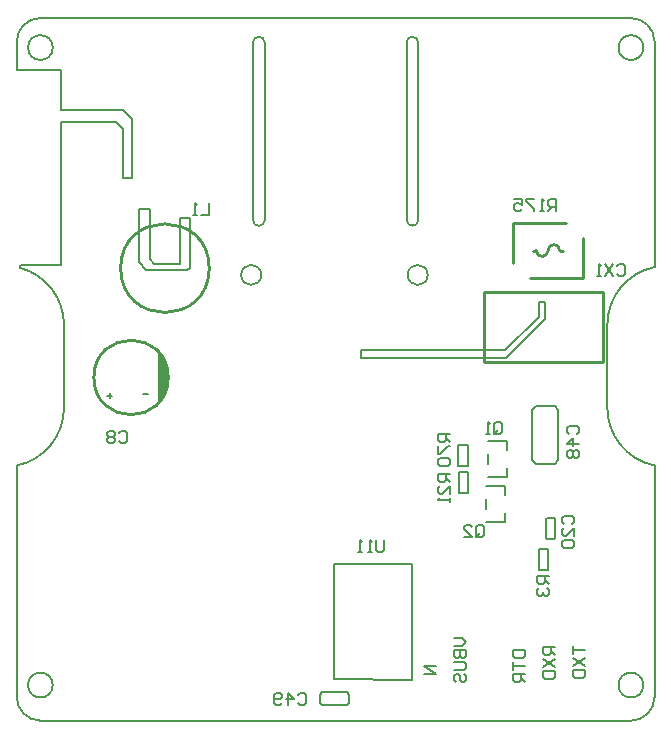
<source format=gbo>
%FSLAX25Y25*%
%MOIN*%
G70*
G01*
G75*
G04 Layer_Color=32896*
%ADD10C,0.01000*%
%ADD11C,0.00800*%
%ADD12C,0.03000*%
%ADD13C,0.02000*%
%ADD14C,0.04000*%
%ADD15R,0.11811X0.09843*%
%ADD16O,0.11811X0.09843*%
%ADD17R,0.02362X0.02362*%
%ADD18R,0.03347X0.02756*%
%ADD19R,0.09843X0.09843*%
%ADD20R,0.04724X0.01181*%
%ADD21R,0.01181X0.04724*%
%ADD22R,0.02362X0.02362*%
%ADD23R,0.03937X0.04134*%
%ADD24R,0.04134X0.08661*%
%ADD25R,0.04724X0.04331*%
%ADD26R,0.03543X0.06299*%
G04:AMPARAMS|DCode=27|XSize=21.65mil|YSize=9.84mil|CornerRadius=2.46mil|HoleSize=0mil|Usage=FLASHONLY|Rotation=0.000|XOffset=0mil|YOffset=0mil|HoleType=Round|Shape=RoundedRectangle|*
%AMROUNDEDRECTD27*
21,1,0.02165,0.00492,0,0,0.0*
21,1,0.01673,0.00984,0,0,0.0*
1,1,0.00492,0.00837,-0.00246*
1,1,0.00492,-0.00837,-0.00246*
1,1,0.00492,-0.00837,0.00246*
1,1,0.00492,0.00837,0.00246*
%
%ADD27ROUNDEDRECTD27*%
%ADD28R,0.04331X0.04724*%
%ADD29R,0.13780X0.04724*%
%ADD30R,0.08661X0.11024*%
%ADD31R,0.02756X0.03347*%
%ADD32R,0.07087X0.03937*%
%ADD33R,0.01969X0.03150*%
%ADD34R,0.02200X0.06800*%
%ADD35R,0.05000X0.08200*%
%ADD36R,0.19000X0.05200*%
%ADD37R,0.14100X0.20100*%
%ADD38R,0.19200X0.07300*%
%ADD39C,0.00500*%
%ADD40C,0.06000*%
%ADD41R,0.33465X0.07874*%
%ADD42O,0.06000X0.03000*%
%ADD43R,0.06000X0.03000*%
%ADD44R,0.05906X0.05906*%
%ADD45C,0.05906*%
%ADD46R,0.13780X0.35433*%
%ADD47C,0.02000*%
%ADD48C,0.03000*%
%ADD49C,0.04000*%
%ADD50R,0.03937X0.02362*%
%ADD51R,0.03937X0.07299*%
G04:AMPARAMS|DCode=52|XSize=157.48mil|YSize=275.59mil|CornerRadius=0mil|HoleSize=0mil|Usage=FLASHONLY|Rotation=180.000|XOffset=0mil|YOffset=0mil|HoleType=Round|Shape=Octagon|*
%AMOCTAGOND52*
4,1,8,0.03937,-0.13780,-0.03937,-0.13780,-0.07874,-0.09843,-0.07874,0.09843,-0.03937,0.13780,0.03937,0.13780,0.07874,0.09843,0.07874,-0.09843,0.03937,-0.13780,0.0*
%
%ADD52OCTAGOND52*%

%ADD53R,0.03150X0.05512*%
%ADD54R,0.03150X0.05512*%
%ADD55R,0.27200X0.43300*%
%ADD56R,0.13500X0.48000*%
%ADD57R,0.35700X0.14100*%
%ADD58R,0.14000X0.05900*%
%ADD59R,0.20500X0.07100*%
%ADD60R,0.08100X0.16600*%
%ADD61R,0.42700X0.04000*%
%ADD62R,0.26300X0.10800*%
%ADD63R,0.08500X0.52200*%
%ADD64C,0.06299*%
%ADD65C,0.05906*%
%ADD66C,0.07087*%
%ADD67C,0.01500*%
%ADD68C,0.00591*%
%ADD69C,0.00787*%
%ADD70C,0.00600*%
%ADD71R,0.12611X0.10642*%
%ADD72O,0.12611X0.10642*%
%ADD73R,0.03162X0.03162*%
%ADD74R,0.04147X0.03556*%
%ADD75R,0.10642X0.10642*%
%ADD76R,0.05524X0.01981*%
%ADD77R,0.01981X0.05524*%
%ADD78R,0.03162X0.03162*%
%ADD79R,0.04737X0.04934*%
%ADD80R,0.04934X0.09461*%
%ADD81R,0.05524X0.05131*%
%ADD82R,0.04343X0.07099*%
G04:AMPARAMS|DCode=83|XSize=29.65mil|YSize=17.84mil|CornerRadius=4.46mil|HoleSize=0mil|Usage=FLASHONLY|Rotation=0.000|XOffset=0mil|YOffset=0mil|HoleType=Round|Shape=RoundedRectangle|*
%AMROUNDEDRECTD83*
21,1,0.02965,0.00892,0,0,0.0*
21,1,0.02073,0.01784,0,0,0.0*
1,1,0.00892,0.01037,-0.00446*
1,1,0.00892,-0.01037,-0.00446*
1,1,0.00892,-0.01037,0.00446*
1,1,0.00892,0.01037,0.00446*
%
%ADD83ROUNDEDRECTD83*%
%ADD84R,0.05131X0.05524*%
%ADD85R,0.14579X0.05524*%
%ADD86R,0.09461X0.11824*%
%ADD87R,0.03556X0.04147*%
%ADD88R,0.07887X0.04737*%
%ADD89R,0.02769X0.03950*%
%ADD90C,0.06800*%
%ADD91C,0.06394*%
%ADD92R,0.34265X0.08674*%
%ADD93O,0.06800X0.03800*%
%ADD94R,0.06800X0.03800*%
%ADD95R,0.06706X0.06706*%
%ADD96C,0.06706*%
%ADD97R,0.14579X0.36233*%
%ADD98R,0.13500X0.35600*%
%ADD99R,0.10700X0.39500*%
%ADD100R,0.26800X0.07000*%
%ADD101R,0.04737X0.03162*%
%ADD102R,0.04737X0.08099*%
G04:AMPARAMS|DCode=103|XSize=165.48mil|YSize=283.59mil|CornerRadius=0mil|HoleSize=0mil|Usage=FLASHONLY|Rotation=180.000|XOffset=0mil|YOffset=0mil|HoleType=Round|Shape=Octagon|*
%AMOCTAGOND103*
4,1,8,0.04137,-0.14179,-0.04137,-0.14179,-0.08274,-0.10043,-0.08274,0.10043,-0.04137,0.14179,0.04137,0.14179,0.08274,0.10043,0.08274,-0.10043,0.04137,-0.14179,0.0*
%
%ADD103OCTAGOND103*%

%ADD104R,0.03950X0.06312*%
%ADD105R,0.03950X0.06312*%
%ADD106C,0.07099*%
%ADD107C,0.06299*%
%ADD108C,0.07887*%
G36*
X-6573Y107727D02*
X-5305Y106243D01*
X-4285Y104578D01*
X-3538Y102775D01*
X-3082Y100876D01*
X-2929Y98931D01*
X-2967Y98931D01*
X-2929D01*
X-3082Y96984D01*
X-3538Y95086D01*
X-4285Y93283D01*
X-5305Y91618D01*
X-6573Y90134D01*
X-6573Y90134D01*
X-6604Y90157D01*
X-6600Y107700D01*
X-6573Y107727D01*
X-6573Y107727D01*
D02*
G37*
D10*
X127340Y141000D02*
G03*
X123400Y141000I-1970J0D01*
G01*
X119460D02*
G03*
X123400Y141000I1970J0D01*
G01*
X-3198Y98700D02*
G03*
X-28002Y98700I-12402J0D01*
G01*
D02*
G03*
X-3198Y98700I12402J0D01*
G01*
D02*
G03*
X-3198Y98700I-12402J0D01*
G01*
X10465Y135120D02*
G03*
X10465Y135120I-14764J0D01*
G01*
X127337Y141000D02*
X128518D01*
X118282D02*
X119463D01*
X111589Y150055D02*
X129306D01*
X117494Y131945D02*
X135211D01*
Y145134D01*
X111589Y136866D02*
Y150055D01*
X102099Y103710D02*
Y127332D01*
X102178D02*
X141548D01*
X141588Y103710D02*
Y127332D01*
X102139Y103710D02*
X141509D01*
D11*
X-11600Y93049D02*
X-9885D01*
X-23600Y92549D02*
X-21885D01*
X-22742Y91691D02*
Y93406D01*
D39*
X119350Y89045D02*
X125650D01*
X119350Y69950D02*
X125650D01*
X118169Y87864D02*
X119350Y89045D01*
X125650D02*
X126831Y87864D01*
X125650Y69950D02*
X126831Y71131D01*
X118169D02*
X119350Y69950D01*
X126831Y71131D02*
Y87864D01*
X118169Y71131D02*
Y87864D01*
X109569Y74510D02*
Y77463D01*
Y65652D02*
Y68605D01*
X103270Y69786D02*
Y73329D01*
Y77463D02*
X109569D01*
X103270Y65652D02*
X109569D01*
X93527Y69109D02*
X96676D01*
X93527Y76195D02*
X96676D01*
X93527Y69109D02*
Y76195D01*
X96676Y69109D02*
Y76195D01*
X93627Y67332D02*
X96776D01*
X93627Y60246D02*
X96776D01*
Y67332D01*
X93627Y60246D02*
Y67332D01*
X109169Y59510D02*
Y62463D01*
Y50652D02*
Y53605D01*
X102870Y54786D02*
Y58329D01*
Y62463D02*
X109169D01*
X102870Y50652D02*
X109169D01*
X122625Y51618D02*
X122625D01*
X123019Y44925D02*
X125381D01*
X122625Y45319D02*
Y51618D01*
X123019Y52012D02*
X125381D01*
X125775Y45319D02*
Y51618D01*
X125381Y44925D02*
X125381D01*
X125775Y45319D01*
X123019Y44925D02*
Y44925D01*
X122625Y45319D02*
X123019Y44925D01*
X125381Y52012D02*
Y52012D01*
Y52012D02*
X125775Y51618D01*
X123019Y52012D02*
Y52012D01*
X122625Y51618D02*
X123019Y52012D01*
X120225Y34588D02*
X123375D01*
X120225Y41675D02*
X123375D01*
X120225Y34588D02*
Y41675D01*
X123375Y34588D02*
Y41675D01*
X47326Y-7022D02*
X48113Y-6235D01*
X47326Y-9778D02*
X48113Y-10565D01*
X56381D02*
X57169Y-9778D01*
X56381Y-6235D02*
X57169Y-7022D01*
X48113Y-6235D02*
X56381D01*
X57169Y-9778D02*
Y-7022D01*
X47326Y-9778D02*
Y-7022D01*
X48113Y-10565D02*
X56381D01*
X-19566Y80132D02*
X-18899Y80799D01*
X-17567D01*
X-16900Y80132D01*
Y77466D01*
X-17567Y76800D01*
X-18899D01*
X-19566Y77466D01*
X-20899Y80132D02*
X-21565Y80799D01*
X-22898D01*
X-23564Y80132D01*
Y79466D01*
X-22898Y78799D01*
X-23564Y78133D01*
Y77466D01*
X-22898Y76800D01*
X-21565D01*
X-20899Y77466D01*
Y78133D01*
X-21565Y78799D01*
X-20899Y79466D01*
Y80132D01*
X-21565Y78799D02*
X-22898D01*
X68700Y44499D02*
Y41166D01*
X68034Y40500D01*
X66701D01*
X66034Y41166D01*
Y44499D01*
X64701Y40500D02*
X63368D01*
X64035D01*
Y44499D01*
X64701Y43832D01*
X61369Y40500D02*
X60036D01*
X60703D01*
Y44499D01*
X61369Y43832D01*
X99334Y46266D02*
Y48932D01*
X100001Y49599D01*
X101334D01*
X102000Y48932D01*
Y46266D01*
X101334Y45600D01*
X100001D01*
X100667Y46933D02*
X99334Y45600D01*
X100001D02*
X99334Y46266D01*
X95336Y45600D02*
X98001D01*
X95336Y48266D01*
Y48932D01*
X96002Y49599D01*
X97335D01*
X98001Y48932D01*
X105334Y80366D02*
Y83032D01*
X106001Y83699D01*
X107334D01*
X108000Y83032D01*
Y80366D01*
X107334Y79700D01*
X106001D01*
X106667Y81033D02*
X105334Y79700D01*
X106001D02*
X105334Y80366D01*
X104001Y79700D02*
X102668D01*
X103335D01*
Y83699D01*
X104001Y83032D01*
X128868Y49834D02*
X128201Y50501D01*
Y51834D01*
X128868Y52500D01*
X131534D01*
X132200Y51834D01*
Y50501D01*
X131534Y49834D01*
X132200Y45836D02*
Y48501D01*
X129534Y45836D01*
X128868D01*
X128201Y46502D01*
Y47835D01*
X128868Y48501D01*
Y44503D02*
X128201Y43836D01*
Y42503D01*
X128868Y41837D01*
X131534D01*
X132200Y42503D01*
Y43836D01*
X131534Y44503D01*
X128868D01*
X146534Y135932D02*
X147201Y136599D01*
X148533D01*
X149200Y135932D01*
Y133266D01*
X148533Y132600D01*
X147201D01*
X146534Y133266D01*
X145201Y136599D02*
X142535Y132600D01*
Y136599D02*
X145201Y132600D01*
X141203D02*
X139870D01*
X140536D01*
Y136599D01*
X141203Y135932D01*
X130368Y79934D02*
X129701Y80601D01*
Y81934D01*
X130368Y82600D01*
X133034D01*
X133700Y81934D01*
Y80601D01*
X133034Y79934D01*
X133700Y76602D02*
X129701D01*
X131701Y78601D01*
Y75936D01*
X130368Y74603D02*
X129701Y73936D01*
Y72603D01*
X130368Y71937D01*
X131034D01*
X131701Y72603D01*
X132367Y71937D01*
X133034D01*
X133700Y72603D01*
Y73936D01*
X133034Y74603D01*
X132367D01*
X131701Y73936D01*
X131034Y74603D01*
X130368D01*
X131701Y73936D02*
Y72603D01*
X40034Y-7268D02*
X40701Y-6601D01*
X42034D01*
X42700Y-7268D01*
Y-9933D01*
X42034Y-10600D01*
X40701D01*
X40034Y-9933D01*
X36702Y-10600D02*
Y-6601D01*
X38701Y-8601D01*
X36035D01*
X34703Y-9933D02*
X34036Y-10600D01*
X32703D01*
X32037Y-9933D01*
Y-7268D01*
X32703Y-6601D01*
X34036D01*
X34703Y-7268D01*
Y-7934D01*
X34036Y-8601D01*
X32037D01*
X10501Y156873D02*
Y152874D01*
X7835D01*
X6502D02*
X5169D01*
X5835D01*
Y156873D01*
X6502Y156206D01*
X123700Y32500D02*
X119701D01*
Y30501D01*
X120368Y29834D01*
X121701D01*
X122367Y30501D01*
Y32500D01*
Y31167D02*
X123700Y29834D01*
X120368Y28501D02*
X119701Y27835D01*
Y26502D01*
X120368Y25835D01*
X121034D01*
X121701Y26502D01*
Y27168D01*
Y26502D01*
X122367Y25835D01*
X123033D01*
X123700Y26502D01*
Y27835D01*
X123033Y28501D01*
X90800Y66600D02*
X86801D01*
Y64601D01*
X87468Y63934D01*
X88801D01*
X89467Y64601D01*
Y66600D01*
Y65267D02*
X90800Y63934D01*
Y59935D02*
Y62601D01*
X88134Y59935D01*
X87468D01*
X86801Y60602D01*
Y61935D01*
X87468Y62601D01*
X90800Y58603D02*
Y57270D01*
Y57936D01*
X86801D01*
X87468Y58603D01*
X90700Y80000D02*
X86701D01*
Y78001D01*
X87368Y77334D01*
X88701D01*
X89367Y78001D01*
Y80000D01*
Y78667D02*
X90700Y77334D01*
X86701Y76001D02*
Y73335D01*
X87368D01*
X90034Y76001D01*
X90700D01*
X87368Y72003D02*
X86701Y71336D01*
Y70003D01*
X87368Y69337D01*
X90034D01*
X90700Y70003D01*
Y71336D01*
X90034Y72003D01*
X87368D01*
X125900Y154300D02*
Y158299D01*
X123901D01*
X123234Y157632D01*
Y156299D01*
X123901Y155633D01*
X125900D01*
X124567D02*
X123234Y154300D01*
X121901D02*
X120568D01*
X121235D01*
Y158299D01*
X121901Y157632D01*
X118569Y158299D02*
X115903D01*
Y157632D01*
X118569Y154966D01*
Y154300D01*
X111905Y158299D02*
X114570D01*
Y156299D01*
X113237Y156966D01*
X112571D01*
X111905Y156299D01*
Y154966D01*
X112571Y154300D01*
X113904D01*
X114570Y154966D01*
X131601Y9100D02*
Y6434D01*
Y7767D01*
X135600D01*
X131601Y5101D02*
X135600Y2435D01*
X131601D02*
X135600Y5101D01*
X131601Y1103D02*
X135600D01*
Y-897D01*
X134933Y-1563D01*
X132268D01*
X131601Y-897D01*
Y1103D01*
X125600Y8700D02*
X121601D01*
Y6701D01*
X122268Y6034D01*
X123601D01*
X124267Y6701D01*
Y8700D01*
Y7367D02*
X125600Y6034D01*
X121601Y4701D02*
X125600Y2035D01*
X121601D02*
X125600Y4701D01*
X121601Y703D02*
X125600D01*
Y-1297D01*
X124934Y-1963D01*
X122268D01*
X121601Y-1297D01*
Y703D01*
X111601Y7800D02*
X115600D01*
Y5801D01*
X114934Y5134D01*
X112268D01*
X111601Y5801D01*
Y7800D01*
Y3801D02*
Y1135D01*
Y2468D01*
X115600D01*
Y-197D02*
X111601D01*
Y-2197D01*
X112268Y-2863D01*
X113601D01*
X114267Y-2197D01*
Y-197D01*
Y-1530D02*
X115600Y-2863D01*
X92201Y11700D02*
X94867D01*
X96200Y10367D01*
X94867Y9034D01*
X92201D01*
Y7701D02*
X96200D01*
Y5702D01*
X95534Y5035D01*
X94867D01*
X94201Y5702D01*
Y7701D01*
Y5702D01*
X93534Y5035D01*
X92868D01*
X92201Y5702D01*
Y7701D01*
Y3703D02*
X95534D01*
X96200Y3036D01*
Y1703D01*
X95534Y1037D01*
X92201D01*
X92868Y-2962D02*
X92201Y-2296D01*
Y-963D01*
X92868Y-296D01*
X93534D01*
X94201Y-963D01*
Y-2296D01*
X94867Y-2962D01*
X95534D01*
X96200Y-2296D01*
Y-963D01*
X95534Y-296D01*
X81900Y-100D02*
X85899D01*
X81900Y2566D01*
X85899D01*
X80160Y210284D02*
G03*
X76223Y210284I-1969J0D01*
G01*
X28979D02*
G03*
X25042Y210284I-1969J0D01*
G01*
Y151229D02*
G03*
X28979Y151229I1969J0D01*
G01*
X-41691Y208661D02*
G03*
X-41691Y208661I-4134J0D01*
G01*
X155160Y-3858D02*
G03*
X155160Y-3858I-4134J0D01*
G01*
X-41691D02*
G03*
X-41691Y-3858I-4134J0D01*
G01*
X-53698Y-7826D02*
G03*
X-45825Y-15700I7874J0D01*
G01*
X151026D02*
G03*
X158900Y-7826I0J7874D01*
G01*
X-53698Y69343D02*
G03*
X-37951Y88631I-3937J19287D01*
G01*
X143152D02*
G03*
X158900Y69343I19685J0D01*
G01*
Y135477D02*
G03*
X143152Y116190I3937J-19287D01*
G01*
X76223Y151229D02*
G03*
X80160Y151229I1969J0D01*
G01*
X27798Y132874D02*
G03*
X27798Y132874I-3347J0D01*
G01*
X83309D02*
G03*
X83309Y132874I-3347J0D01*
G01*
X80160Y210284D02*
G03*
X76223Y210284I-1969J0D01*
G01*
X28979D02*
G03*
X25042Y210284I-1969J0D01*
G01*
Y151229D02*
G03*
X28979Y151229I1969J0D01*
G01*
X-41691Y208661D02*
G03*
X-41691Y208661I-4134J0D01*
G01*
X155160D02*
G03*
X155160Y208661I-4134J0D01*
G01*
X-53698Y-7826D02*
G03*
X-45825Y-15700I7874J0D01*
G01*
X151026D02*
G03*
X158900Y-7826I0J7874D01*
G01*
Y210630D02*
G03*
X151026Y218504I-7874J0D01*
G01*
X-53698Y69343D02*
G03*
X-37951Y88631I-3937J19287D01*
G01*
X143152D02*
G03*
X158900Y69343I19685J0D01*
G01*
Y135477D02*
G03*
X143152Y116190I3937J-19287D01*
G01*
X-37951Y116190D02*
G03*
X-52541Y135204I-19685J0D01*
G01*
X76223Y151229D02*
G03*
X80160Y151229I1969J0D01*
G01*
X-45825Y218504D02*
G03*
X-53698Y210630I0J-7874D01*
G01*
Y201100D02*
Y210630D01*
Y201100D02*
X-39000D01*
X158900Y-7826D02*
Y69343D01*
X143152Y88631D02*
Y116190D01*
X80160Y151229D02*
Y210284D01*
X76223Y151229D02*
Y210284D01*
X28979Y151229D02*
Y210284D01*
X25042Y151229D02*
Y210284D01*
X-37951Y88631D02*
Y116190D01*
X-53698Y-7826D02*
Y69343D01*
X-45825Y218504D02*
X151026D01*
X158900Y-7826D02*
Y69343D01*
Y135477D02*
Y210630D01*
X143152Y88631D02*
Y116190D01*
X80160Y151229D02*
Y210284D01*
X76223Y151229D02*
Y210284D01*
X28979Y151229D02*
Y210284D01*
X25042Y151229D02*
Y210284D01*
X-37951Y88631D02*
Y116190D01*
X61000Y105200D02*
X109400D01*
X122300Y118100D01*
Y124000D01*
X120300D02*
X122300D01*
X120300Y119000D02*
Y124000D01*
X109000Y107700D02*
X120300Y119000D01*
X61000Y107700D02*
X109000D01*
X61000Y105200D02*
Y107700D01*
X-24300Y183900D02*
X-20600D01*
X-18200Y181500D01*
Y165300D02*
Y181500D01*
Y165300D02*
X-15400D01*
Y184900D01*
X-18300Y187800D02*
X-15400Y184900D01*
X-39000Y187800D02*
X-18300D01*
X-39000Y183900D02*
X-24300D01*
X-39000Y187800D02*
Y201100D01*
Y136051D02*
Y183900D01*
X-9300Y138100D02*
Y155000D01*
Y138100D02*
X-7800Y136600D01*
X700D01*
Y151800D01*
X3900D01*
Y135300D02*
Y151800D01*
X3200Y134600D02*
X3900Y135300D01*
X-10500Y134600D02*
X3200D01*
X-13100Y137200D02*
X-10500Y134600D01*
X-13100Y137200D02*
Y155000D01*
X-9300D01*
X-45825Y-15700D02*
X110100D01*
X105412D02*
X151026D01*
X-52541Y135204D02*
Y135714D01*
X-52204Y136051D02*
X-39000D01*
X-52541Y135714D02*
X-52204Y136051D01*
D69*
X52201Y36521D02*
X78202D01*
X52201Y-1979D02*
X78139Y-2097D01*
X78202Y36521D01*
X52201Y-1979D02*
Y36521D01*
M02*

</source>
